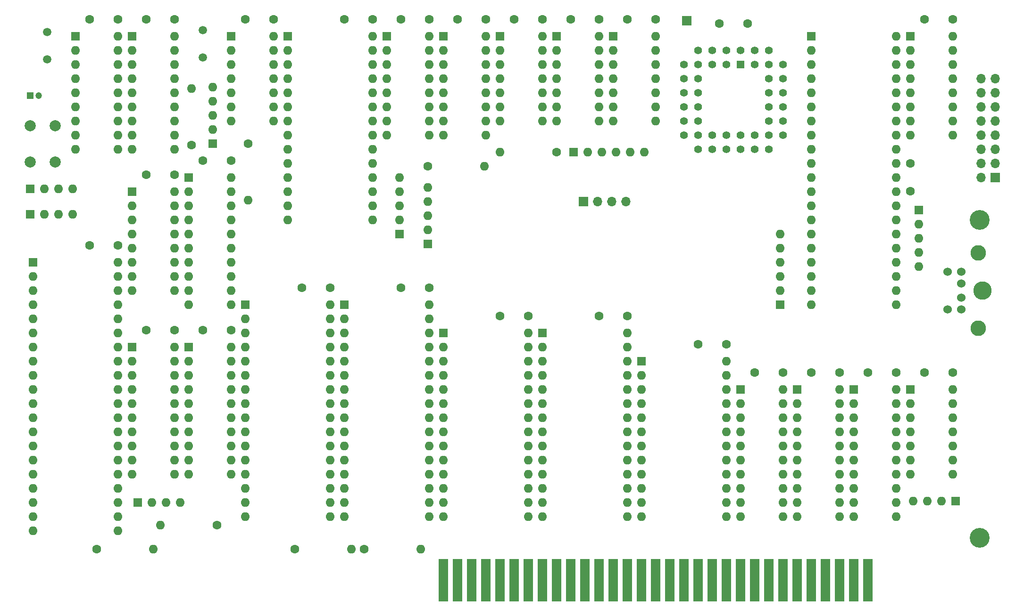
<source format=gbr>
G04 #@! TF.GenerationSoftware,KiCad,Pcbnew,(5.1.8)-1*
G04 #@! TF.CreationDate,2024-05-28T10:21:55-06:00*
G04 #@! TF.ProjectId,8088 PCB,38303838-2050-4434-922e-6b696361645f,rev?*
G04 #@! TF.SameCoordinates,Original*
G04 #@! TF.FileFunction,Soldermask,Top*
G04 #@! TF.FilePolarity,Negative*
%FSLAX46Y46*%
G04 Gerber Fmt 4.6, Leading zero omitted, Abs format (unit mm)*
G04 Created by KiCad (PCBNEW (5.1.8)-1) date 2024-05-28 10:21:55*
%MOMM*%
%LPD*%
G01*
G04 APERTURE LIST*
%ADD10R,1.700000X1.700000*%
%ADD11O,1.600000X1.600000*%
%ADD12C,1.600000*%
%ADD13R,1.600000X1.600000*%
%ADD14O,1.700000X1.700000*%
%ADD15R,1.780000X7.620000*%
%ADD16C,1.500000*%
%ADD17C,1.422400*%
%ADD18R,1.422400X1.422400*%
%ADD19C,2.000000*%
%ADD20C,1.200000*%
%ADD21R,1.200000X1.200000*%
%ADD22C,3.556000*%
%ADD23C,2.794000*%
%ADD24C,3.302000*%
%ADD25C,1.524000*%
G04 APERTURE END LIST*
D10*
G04 #@! TO.C,J5*
X178308000Y-40386000D03*
G04 #@! TD*
D11*
G04 #@! TO.C,R15*
X83820000Y-131064000D03*
D12*
X93980000Y-131064000D03*
G04 #@! TD*
D11*
G04 #@! TO.C,R17*
X195072000Y-78740000D03*
X195072000Y-81280000D03*
X195072000Y-83820000D03*
X195072000Y-86360000D03*
X195072000Y-88900000D03*
D13*
X195072000Y-91440000D03*
G04 #@! TD*
D11*
G04 #@! TO.C,R12*
X170688000Y-64008000D03*
X168148000Y-64008000D03*
X165608000Y-64008000D03*
X163068000Y-64008000D03*
X160528000Y-64008000D03*
D13*
X157988000Y-64008000D03*
G04 #@! TD*
D11*
G04 #@! TO.C,R8*
X131826000Y-70358000D03*
X131826000Y-72898000D03*
X131826000Y-75438000D03*
X131826000Y-77978000D03*
D13*
X131826000Y-80518000D03*
G04 #@! TD*
D11*
G04 #@! TO.C,R10*
X126746000Y-68580000D03*
X126746000Y-71120000D03*
X126746000Y-73660000D03*
X126746000Y-76200000D03*
D13*
X126746000Y-78740000D03*
G04 #@! TD*
D14*
G04 #@! TO.C,J4*
X231140000Y-50800000D03*
X233680000Y-50800000D03*
X231140000Y-53340000D03*
X233680000Y-53340000D03*
X231140000Y-55880000D03*
X233680000Y-55880000D03*
X231140000Y-58420000D03*
X233680000Y-58420000D03*
X231140000Y-60960000D03*
X233680000Y-60960000D03*
X231140000Y-63500000D03*
X233680000Y-63500000D03*
X231140000Y-66040000D03*
X233680000Y-66040000D03*
X231140000Y-68580000D03*
D10*
X233680000Y-68580000D03*
G04 #@! TD*
D11*
G04 #@! TO.C,R16*
X219964000Y-84582000D03*
X219964000Y-82042000D03*
X219964000Y-79502000D03*
X219964000Y-76962000D03*
D13*
X219964000Y-74422000D03*
G04 #@! TD*
D11*
G04 #@! TO.C,R14*
X87376000Y-127000000D03*
X84836000Y-127000000D03*
X82296000Y-127000000D03*
D13*
X79756000Y-127000000D03*
G04 #@! TD*
D11*
G04 #@! TO.C,R2*
X68072000Y-70612000D03*
X65532000Y-70612000D03*
X62992000Y-70612000D03*
D13*
X60452000Y-70612000D03*
G04 #@! TD*
D11*
G04 #@! TO.C,R1*
X68072000Y-75184000D03*
X65532000Y-75184000D03*
X62992000Y-75184000D03*
D13*
X60452000Y-75184000D03*
G04 #@! TD*
D11*
G04 #@! TO.C,R18*
X93218000Y-52324000D03*
X93218000Y-54864000D03*
X93218000Y-57404000D03*
X93218000Y-59944000D03*
D13*
X93218000Y-62484000D03*
G04 #@! TD*
D11*
G04 #@! TO.C,R13*
X144780000Y-64008000D03*
D12*
X154940000Y-64008000D03*
G04 #@! TD*
D11*
G04 #@! TO.C,R11*
X141986000Y-66548000D03*
D12*
X131826000Y-66548000D03*
G04 #@! TD*
D11*
G04 #@! TO.C,R9*
X82550000Y-135382000D03*
D12*
X72390000Y-135382000D03*
G04 #@! TD*
D11*
G04 #@! TO.C,R7*
X218948000Y-126746000D03*
X221488000Y-126746000D03*
X224028000Y-126746000D03*
D13*
X226568000Y-126746000D03*
G04 #@! TD*
D11*
G04 #@! TO.C,R6*
X118110000Y-135382000D03*
D12*
X107950000Y-135382000D03*
G04 #@! TD*
D11*
G04 #@! TO.C,R5*
X99568000Y-72644000D03*
D12*
X99568000Y-62484000D03*
G04 #@! TD*
D11*
G04 #@! TO.C,R4*
X89408000Y-52578000D03*
D12*
X89408000Y-62738000D03*
G04 #@! TD*
D11*
G04 #@! TO.C,R3*
X130556000Y-135382000D03*
D12*
X120396000Y-135382000D03*
G04 #@! TD*
D14*
G04 #@! TO.C,J3*
X167386000Y-72898000D03*
X164846000Y-72898000D03*
X162306000Y-72898000D03*
D10*
X159766000Y-72898000D03*
G04 #@! TD*
D12*
G04 #@! TO.C,C26*
X157560000Y-40132000D03*
X162560000Y-40132000D03*
G04 #@! TD*
G04 #@! TO.C,C25*
X147400000Y-40132000D03*
X152400000Y-40132000D03*
G04 #@! TD*
G04 #@! TO.C,C24*
X200740000Y-103632000D03*
X205740000Y-103632000D03*
G04 #@! TD*
G04 #@! TO.C,C23*
X210900000Y-103632000D03*
X215900000Y-103632000D03*
G04 #@! TD*
G04 #@! TO.C,C22*
X71200000Y-40132000D03*
X76200000Y-40132000D03*
G04 #@! TD*
G04 #@! TO.C,C21*
X167720000Y-40132000D03*
X172720000Y-40132000D03*
G04 #@! TD*
G04 #@! TO.C,C20*
X221060000Y-103632000D03*
X226060000Y-103632000D03*
G04 #@! TD*
G04 #@! TO.C,C19*
X184230000Y-40894000D03*
X189230000Y-40894000D03*
G04 #@! TD*
G04 #@! TO.C,C18*
X99140000Y-40132000D03*
X104140000Y-40132000D03*
G04 #@! TD*
G04 #@! TO.C,C17*
X81360000Y-40132000D03*
X86360000Y-40132000D03*
G04 #@! TD*
G04 #@! TO.C,C16*
X137240000Y-40132000D03*
X142240000Y-40132000D03*
G04 #@! TD*
G04 #@! TO.C,C15*
X144860000Y-93472000D03*
X149860000Y-93472000D03*
G04 #@! TD*
G04 #@! TO.C,C14*
X127080000Y-88392000D03*
X132080000Y-88392000D03*
G04 #@! TD*
G04 #@! TO.C,C13*
X109300000Y-88392000D03*
X114300000Y-88392000D03*
G04 #@! TD*
G04 #@! TO.C,C12*
X127080000Y-40132000D03*
X132080000Y-40132000D03*
G04 #@! TD*
G04 #@! TO.C,C11*
X190580000Y-103632000D03*
X195580000Y-103632000D03*
G04 #@! TD*
G04 #@! TO.C,C10*
X218440000Y-71040000D03*
X218440000Y-66040000D03*
G04 #@! TD*
G04 #@! TO.C,C9*
X116920000Y-40132000D03*
X121920000Y-40132000D03*
G04 #@! TD*
G04 #@! TO.C,C8*
X81360000Y-68072000D03*
X86360000Y-68072000D03*
G04 #@! TD*
G04 #@! TO.C,C7*
X221060000Y-40132000D03*
X226060000Y-40132000D03*
G04 #@! TD*
G04 #@! TO.C,C6*
X162640000Y-93472000D03*
X167640000Y-93472000D03*
G04 #@! TD*
G04 #@! TO.C,C5*
X180420000Y-98552000D03*
X185420000Y-98552000D03*
G04 #@! TD*
G04 #@! TO.C,C4*
X81360000Y-96012000D03*
X86360000Y-96012000D03*
G04 #@! TD*
G04 #@! TO.C,C3*
X91520000Y-65532000D03*
X96520000Y-65532000D03*
G04 #@! TD*
G04 #@! TO.C,C2*
X91520000Y-96012000D03*
X96520000Y-96012000D03*
G04 #@! TD*
G04 #@! TO.C,C1*
X71200000Y-80772000D03*
X76200000Y-80772000D03*
G04 #@! TD*
D15*
G04 #@! TO.C,J1*
X134620000Y-140970000D03*
X137160000Y-140970000D03*
X139700000Y-140970000D03*
X142240000Y-140970000D03*
X144780000Y-140970000D03*
X147320000Y-140970000D03*
X149860000Y-140970000D03*
X152400000Y-140970000D03*
X154940000Y-140970000D03*
X157480000Y-140970000D03*
X160020000Y-140970000D03*
X162560000Y-140970000D03*
X165100000Y-140970000D03*
X167640000Y-140970000D03*
X170180000Y-140970000D03*
X172720000Y-140970000D03*
X175260000Y-140970000D03*
X177800000Y-140970000D03*
X180340000Y-140970000D03*
X182880000Y-140970000D03*
X185420000Y-140970000D03*
X187960000Y-140970000D03*
X190500000Y-140970000D03*
X193040000Y-140970000D03*
X195580000Y-140970000D03*
X198120000Y-140970000D03*
X200660000Y-140970000D03*
X203200000Y-140970000D03*
X205740000Y-140970000D03*
X208280000Y-140970000D03*
X210820000Y-140970000D03*
G04 #@! TD*
D16*
G04 #@! TO.C,Y2*
X63500000Y-42418000D03*
X63500000Y-47318000D03*
G04 #@! TD*
G04 #@! TO.C,Y1*
X91440000Y-42090000D03*
X91440000Y-46990000D03*
G04 #@! TD*
D11*
G04 #@! TO.C,U26*
X162560000Y-43180000D03*
X154940000Y-58420000D03*
X162560000Y-45720000D03*
X154940000Y-55880000D03*
X162560000Y-48260000D03*
X154940000Y-53340000D03*
X162560000Y-50800000D03*
X154940000Y-50800000D03*
X162560000Y-53340000D03*
X154940000Y-48260000D03*
X162560000Y-55880000D03*
X154940000Y-45720000D03*
X162560000Y-58420000D03*
D13*
X154940000Y-43180000D03*
G04 #@! TD*
D11*
G04 #@! TO.C,U25*
X152400000Y-43180000D03*
X144780000Y-58420000D03*
X152400000Y-45720000D03*
X144780000Y-55880000D03*
X152400000Y-48260000D03*
X144780000Y-53340000D03*
X152400000Y-50800000D03*
X144780000Y-50800000D03*
X152400000Y-53340000D03*
X144780000Y-48260000D03*
X152400000Y-55880000D03*
X144780000Y-45720000D03*
X152400000Y-58420000D03*
D13*
X144780000Y-43180000D03*
G04 #@! TD*
D11*
G04 #@! TO.C,U24*
X205740000Y-106680000D03*
X198120000Y-129540000D03*
X205740000Y-109220000D03*
X198120000Y-127000000D03*
X205740000Y-111760000D03*
X198120000Y-124460000D03*
X205740000Y-114300000D03*
X198120000Y-121920000D03*
X205740000Y-116840000D03*
X198120000Y-119380000D03*
X205740000Y-119380000D03*
X198120000Y-116840000D03*
X205740000Y-121920000D03*
X198120000Y-114300000D03*
X205740000Y-124460000D03*
X198120000Y-111760000D03*
X205740000Y-127000000D03*
X198120000Y-109220000D03*
X205740000Y-129540000D03*
D13*
X198120000Y-106680000D03*
G04 #@! TD*
D11*
G04 #@! TO.C,U23*
X215900000Y-106680000D03*
X208280000Y-129540000D03*
X215900000Y-109220000D03*
X208280000Y-127000000D03*
X215900000Y-111760000D03*
X208280000Y-124460000D03*
X215900000Y-114300000D03*
X208280000Y-121920000D03*
X215900000Y-116840000D03*
X208280000Y-119380000D03*
X215900000Y-119380000D03*
X208280000Y-116840000D03*
X215900000Y-121920000D03*
X208280000Y-114300000D03*
X215900000Y-124460000D03*
X208280000Y-111760000D03*
X215900000Y-127000000D03*
X208280000Y-109220000D03*
X215900000Y-129540000D03*
D13*
X208280000Y-106680000D03*
G04 #@! TD*
D11*
G04 #@! TO.C,U22*
X76200000Y-43180000D03*
X68580000Y-63500000D03*
X76200000Y-45720000D03*
X68580000Y-60960000D03*
X76200000Y-48260000D03*
X68580000Y-58420000D03*
X76200000Y-50800000D03*
X68580000Y-55880000D03*
X76200000Y-53340000D03*
X68580000Y-53340000D03*
X76200000Y-55880000D03*
X68580000Y-50800000D03*
X76200000Y-58420000D03*
X68580000Y-48260000D03*
X76200000Y-60960000D03*
X68580000Y-45720000D03*
X76200000Y-63500000D03*
D13*
X68580000Y-43180000D03*
G04 #@! TD*
D11*
G04 #@! TO.C,U21*
X172720000Y-43180000D03*
X165100000Y-58420000D03*
X172720000Y-45720000D03*
X165100000Y-55880000D03*
X172720000Y-48260000D03*
X165100000Y-53340000D03*
X172720000Y-50800000D03*
X165100000Y-50800000D03*
X172720000Y-53340000D03*
X165100000Y-48260000D03*
X172720000Y-55880000D03*
X165100000Y-45720000D03*
X172720000Y-58420000D03*
D13*
X165100000Y-43180000D03*
G04 #@! TD*
D11*
G04 #@! TO.C,U20*
X226060000Y-106680000D03*
X218440000Y-121920000D03*
X226060000Y-109220000D03*
X218440000Y-119380000D03*
X226060000Y-111760000D03*
X218440000Y-116840000D03*
X226060000Y-114300000D03*
X218440000Y-114300000D03*
X226060000Y-116840000D03*
X218440000Y-111760000D03*
X226060000Y-119380000D03*
X218440000Y-109220000D03*
X226060000Y-121920000D03*
D13*
X218440000Y-106680000D03*
G04 #@! TD*
D17*
G04 #@! TO.C,U19*
X195580000Y-48260000D03*
X195580000Y-50800000D03*
X195580000Y-53340000D03*
X195580000Y-55880000D03*
X195580000Y-58420000D03*
X193040000Y-45720000D03*
X193040000Y-50800000D03*
X193040000Y-53340000D03*
X193040000Y-55880000D03*
X193040000Y-58420000D03*
X193040000Y-60960000D03*
X193040000Y-63500000D03*
X190500000Y-63500000D03*
X187960000Y-63500000D03*
X185420000Y-63500000D03*
X182880000Y-63500000D03*
X180340000Y-63500000D03*
X195580000Y-60960000D03*
X190500000Y-60960000D03*
X187960000Y-60960000D03*
X185420000Y-60960000D03*
X182880000Y-60960000D03*
X180340000Y-60960000D03*
X177800000Y-60960000D03*
X177800000Y-58420000D03*
X177800000Y-55880000D03*
X177800000Y-53340000D03*
X177800000Y-50800000D03*
X177800000Y-48260000D03*
X180340000Y-58420000D03*
X180340000Y-55880000D03*
X180340000Y-53340000D03*
X180340000Y-50800000D03*
X180340000Y-48260000D03*
X190500000Y-45720000D03*
X187960000Y-45720000D03*
X180340000Y-45720000D03*
X182880000Y-45720000D03*
X185420000Y-45720000D03*
X193040000Y-48260000D03*
X190500000Y-48260000D03*
X182880000Y-48260000D03*
X185420000Y-48260000D03*
D18*
X187960000Y-48260000D03*
G04 #@! TD*
D11*
G04 #@! TO.C,U18*
X104140000Y-43180000D03*
X96520000Y-58420000D03*
X104140000Y-45720000D03*
X96520000Y-55880000D03*
X104140000Y-48260000D03*
X96520000Y-53340000D03*
X104140000Y-50800000D03*
X96520000Y-50800000D03*
X104140000Y-53340000D03*
X96520000Y-48260000D03*
X104140000Y-55880000D03*
X96520000Y-45720000D03*
X104140000Y-58420000D03*
D13*
X96520000Y-43180000D03*
G04 #@! TD*
D11*
G04 #@! TO.C,U17*
X86360000Y-43180000D03*
X78740000Y-63500000D03*
X86360000Y-45720000D03*
X78740000Y-60960000D03*
X86360000Y-48260000D03*
X78740000Y-58420000D03*
X86360000Y-50800000D03*
X78740000Y-55880000D03*
X86360000Y-53340000D03*
X78740000Y-53340000D03*
X86360000Y-55880000D03*
X78740000Y-50800000D03*
X86360000Y-58420000D03*
X78740000Y-48260000D03*
X86360000Y-60960000D03*
X78740000Y-45720000D03*
X86360000Y-63500000D03*
D13*
X78740000Y-43180000D03*
G04 #@! TD*
D11*
G04 #@! TO.C,U16*
X142240000Y-43180000D03*
X134620000Y-60960000D03*
X142240000Y-45720000D03*
X134620000Y-58420000D03*
X142240000Y-48260000D03*
X134620000Y-55880000D03*
X142240000Y-50800000D03*
X134620000Y-53340000D03*
X142240000Y-53340000D03*
X134620000Y-50800000D03*
X142240000Y-55880000D03*
X134620000Y-48260000D03*
X142240000Y-58420000D03*
X134620000Y-45720000D03*
X142240000Y-60960000D03*
D13*
X134620000Y-43180000D03*
G04 #@! TD*
D11*
G04 #@! TO.C,U15*
X149860000Y-96520000D03*
X134620000Y-129540000D03*
X149860000Y-99060000D03*
X134620000Y-127000000D03*
X149860000Y-101600000D03*
X134620000Y-124460000D03*
X149860000Y-104140000D03*
X134620000Y-121920000D03*
X149860000Y-106680000D03*
X134620000Y-119380000D03*
X149860000Y-109220000D03*
X134620000Y-116840000D03*
X149860000Y-111760000D03*
X134620000Y-114300000D03*
X149860000Y-114300000D03*
X134620000Y-111760000D03*
X149860000Y-116840000D03*
X134620000Y-109220000D03*
X149860000Y-119380000D03*
X134620000Y-106680000D03*
X149860000Y-121920000D03*
X134620000Y-104140000D03*
X149860000Y-124460000D03*
X134620000Y-101600000D03*
X149860000Y-127000000D03*
X134620000Y-99060000D03*
X149860000Y-129540000D03*
D13*
X134620000Y-96520000D03*
G04 #@! TD*
D11*
G04 #@! TO.C,U14*
X132080000Y-91440000D03*
X116840000Y-129540000D03*
X132080000Y-93980000D03*
X116840000Y-127000000D03*
X132080000Y-96520000D03*
X116840000Y-124460000D03*
X132080000Y-99060000D03*
X116840000Y-121920000D03*
X132080000Y-101600000D03*
X116840000Y-119380000D03*
X132080000Y-104140000D03*
X116840000Y-116840000D03*
X132080000Y-106680000D03*
X116840000Y-114300000D03*
X132080000Y-109220000D03*
X116840000Y-111760000D03*
X132080000Y-111760000D03*
X116840000Y-109220000D03*
X132080000Y-114300000D03*
X116840000Y-106680000D03*
X132080000Y-116840000D03*
X116840000Y-104140000D03*
X132080000Y-119380000D03*
X116840000Y-101600000D03*
X132080000Y-121920000D03*
X116840000Y-99060000D03*
X132080000Y-124460000D03*
X116840000Y-96520000D03*
X132080000Y-127000000D03*
X116840000Y-93980000D03*
X132080000Y-129540000D03*
D13*
X116840000Y-91440000D03*
G04 #@! TD*
D11*
G04 #@! TO.C,U13*
X114300000Y-91440000D03*
X99060000Y-129540000D03*
X114300000Y-93980000D03*
X99060000Y-127000000D03*
X114300000Y-96520000D03*
X99060000Y-124460000D03*
X114300000Y-99060000D03*
X99060000Y-121920000D03*
X114300000Y-101600000D03*
X99060000Y-119380000D03*
X114300000Y-104140000D03*
X99060000Y-116840000D03*
X114300000Y-106680000D03*
X99060000Y-114300000D03*
X114300000Y-109220000D03*
X99060000Y-111760000D03*
X114300000Y-111760000D03*
X99060000Y-109220000D03*
X114300000Y-114300000D03*
X99060000Y-106680000D03*
X114300000Y-116840000D03*
X99060000Y-104140000D03*
X114300000Y-119380000D03*
X99060000Y-101600000D03*
X114300000Y-121920000D03*
X99060000Y-99060000D03*
X114300000Y-124460000D03*
X99060000Y-96520000D03*
X114300000Y-127000000D03*
X99060000Y-93980000D03*
X114300000Y-129540000D03*
D13*
X99060000Y-91440000D03*
G04 #@! TD*
D11*
G04 #@! TO.C,U12*
X132080000Y-43180000D03*
X124460000Y-60960000D03*
X132080000Y-45720000D03*
X124460000Y-58420000D03*
X132080000Y-48260000D03*
X124460000Y-55880000D03*
X132080000Y-50800000D03*
X124460000Y-53340000D03*
X132080000Y-53340000D03*
X124460000Y-50800000D03*
X132080000Y-55880000D03*
X124460000Y-48260000D03*
X132080000Y-58420000D03*
X124460000Y-45720000D03*
X132080000Y-60960000D03*
D13*
X124460000Y-43180000D03*
G04 #@! TD*
D11*
G04 #@! TO.C,U11*
X195580000Y-106680000D03*
X187960000Y-129540000D03*
X195580000Y-109220000D03*
X187960000Y-127000000D03*
X195580000Y-111760000D03*
X187960000Y-124460000D03*
X195580000Y-114300000D03*
X187960000Y-121920000D03*
X195580000Y-116840000D03*
X187960000Y-119380000D03*
X195580000Y-119380000D03*
X187960000Y-116840000D03*
X195580000Y-121920000D03*
X187960000Y-114300000D03*
X195580000Y-124460000D03*
X187960000Y-111760000D03*
X195580000Y-127000000D03*
X187960000Y-109220000D03*
X195580000Y-129540000D03*
D13*
X187960000Y-106680000D03*
G04 #@! TD*
D11*
G04 #@! TO.C,U10*
X215900000Y-43180000D03*
X200660000Y-91440000D03*
X215900000Y-45720000D03*
X200660000Y-88900000D03*
X215900000Y-48260000D03*
X200660000Y-86360000D03*
X215900000Y-50800000D03*
X200660000Y-83820000D03*
X215900000Y-53340000D03*
X200660000Y-81280000D03*
X215900000Y-55880000D03*
X200660000Y-78740000D03*
X215900000Y-58420000D03*
X200660000Y-76200000D03*
X215900000Y-60960000D03*
X200660000Y-73660000D03*
X215900000Y-63500000D03*
X200660000Y-71120000D03*
X215900000Y-66040000D03*
X200660000Y-68580000D03*
X215900000Y-68580000D03*
X200660000Y-66040000D03*
X215900000Y-71120000D03*
X200660000Y-63500000D03*
X215900000Y-73660000D03*
X200660000Y-60960000D03*
X215900000Y-76200000D03*
X200660000Y-58420000D03*
X215900000Y-78740000D03*
X200660000Y-55880000D03*
X215900000Y-81280000D03*
X200660000Y-53340000D03*
X215900000Y-83820000D03*
X200660000Y-50800000D03*
X215900000Y-86360000D03*
X200660000Y-48260000D03*
X215900000Y-88900000D03*
X200660000Y-45720000D03*
X215900000Y-91440000D03*
D13*
X200660000Y-43180000D03*
G04 #@! TD*
D11*
G04 #@! TO.C,U9*
X121920000Y-43180000D03*
X106680000Y-76200000D03*
X121920000Y-45720000D03*
X106680000Y-73660000D03*
X121920000Y-48260000D03*
X106680000Y-71120000D03*
X121920000Y-50800000D03*
X106680000Y-68580000D03*
X121920000Y-53340000D03*
X106680000Y-66040000D03*
X121920000Y-55880000D03*
X106680000Y-63500000D03*
X121920000Y-58420000D03*
X106680000Y-60960000D03*
X121920000Y-60960000D03*
X106680000Y-58420000D03*
X121920000Y-63500000D03*
X106680000Y-55880000D03*
X121920000Y-66040000D03*
X106680000Y-53340000D03*
X121920000Y-68580000D03*
X106680000Y-50800000D03*
X121920000Y-71120000D03*
X106680000Y-48260000D03*
X121920000Y-73660000D03*
X106680000Y-45720000D03*
X121920000Y-76200000D03*
D13*
X106680000Y-43180000D03*
G04 #@! TD*
D11*
G04 #@! TO.C,U8*
X86360000Y-71120000D03*
X78740000Y-88900000D03*
X86360000Y-73660000D03*
X78740000Y-86360000D03*
X86360000Y-76200000D03*
X78740000Y-83820000D03*
X86360000Y-78740000D03*
X78740000Y-81280000D03*
X86360000Y-81280000D03*
X78740000Y-78740000D03*
X86360000Y-83820000D03*
X78740000Y-76200000D03*
X86360000Y-86360000D03*
X78740000Y-73660000D03*
X86360000Y-88900000D03*
D13*
X78740000Y-71120000D03*
G04 #@! TD*
D11*
G04 #@! TO.C,U7*
X226060000Y-43180000D03*
X218440000Y-60960000D03*
X226060000Y-45720000D03*
X218440000Y-58420000D03*
X226060000Y-48260000D03*
X218440000Y-55880000D03*
X226060000Y-50800000D03*
X218440000Y-53340000D03*
X226060000Y-53340000D03*
X218440000Y-50800000D03*
X226060000Y-55880000D03*
X218440000Y-48260000D03*
X226060000Y-58420000D03*
X218440000Y-45720000D03*
X226060000Y-60960000D03*
D13*
X218440000Y-43180000D03*
G04 #@! TD*
D11*
G04 #@! TO.C,U6*
X167640000Y-96520000D03*
X152400000Y-129540000D03*
X167640000Y-99060000D03*
X152400000Y-127000000D03*
X167640000Y-101600000D03*
X152400000Y-124460000D03*
X167640000Y-104140000D03*
X152400000Y-121920000D03*
X167640000Y-106680000D03*
X152400000Y-119380000D03*
X167640000Y-109220000D03*
X152400000Y-116840000D03*
X167640000Y-111760000D03*
X152400000Y-114300000D03*
X167640000Y-114300000D03*
X152400000Y-111760000D03*
X167640000Y-116840000D03*
X152400000Y-109220000D03*
X167640000Y-119380000D03*
X152400000Y-106680000D03*
X167640000Y-121920000D03*
X152400000Y-104140000D03*
X167640000Y-124460000D03*
X152400000Y-101600000D03*
X167640000Y-127000000D03*
X152400000Y-99060000D03*
X167640000Y-129540000D03*
D13*
X152400000Y-96520000D03*
G04 #@! TD*
D11*
G04 #@! TO.C,U5*
X185420000Y-101600000D03*
X170180000Y-129540000D03*
X185420000Y-104140000D03*
X170180000Y-127000000D03*
X185420000Y-106680000D03*
X170180000Y-124460000D03*
X185420000Y-109220000D03*
X170180000Y-121920000D03*
X185420000Y-111760000D03*
X170180000Y-119380000D03*
X185420000Y-114300000D03*
X170180000Y-116840000D03*
X185420000Y-116840000D03*
X170180000Y-114300000D03*
X185420000Y-119380000D03*
X170180000Y-111760000D03*
X185420000Y-121920000D03*
X170180000Y-109220000D03*
X185420000Y-124460000D03*
X170180000Y-106680000D03*
X185420000Y-127000000D03*
X170180000Y-104140000D03*
X185420000Y-129540000D03*
D13*
X170180000Y-101600000D03*
G04 #@! TD*
D11*
G04 #@! TO.C,U4*
X86360000Y-99060000D03*
X78740000Y-121920000D03*
X86360000Y-101600000D03*
X78740000Y-119380000D03*
X86360000Y-104140000D03*
X78740000Y-116840000D03*
X86360000Y-106680000D03*
X78740000Y-114300000D03*
X86360000Y-109220000D03*
X78740000Y-111760000D03*
X86360000Y-111760000D03*
X78740000Y-109220000D03*
X86360000Y-114300000D03*
X78740000Y-106680000D03*
X86360000Y-116840000D03*
X78740000Y-104140000D03*
X86360000Y-119380000D03*
X78740000Y-101600000D03*
X86360000Y-121920000D03*
D13*
X78740000Y-99060000D03*
G04 #@! TD*
D11*
G04 #@! TO.C,U3*
X96520000Y-68580000D03*
X88900000Y-91440000D03*
X96520000Y-71120000D03*
X88900000Y-88900000D03*
X96520000Y-73660000D03*
X88900000Y-86360000D03*
X96520000Y-76200000D03*
X88900000Y-83820000D03*
X96520000Y-78740000D03*
X88900000Y-81280000D03*
X96520000Y-81280000D03*
X88900000Y-78740000D03*
X96520000Y-83820000D03*
X88900000Y-76200000D03*
X96520000Y-86360000D03*
X88900000Y-73660000D03*
X96520000Y-88900000D03*
X88900000Y-71120000D03*
X96520000Y-91440000D03*
D13*
X88900000Y-68580000D03*
G04 #@! TD*
D11*
G04 #@! TO.C,U2*
X96520000Y-99060000D03*
X88900000Y-121920000D03*
X96520000Y-101600000D03*
X88900000Y-119380000D03*
X96520000Y-104140000D03*
X88900000Y-116840000D03*
X96520000Y-106680000D03*
X88900000Y-114300000D03*
X96520000Y-109220000D03*
X88900000Y-111760000D03*
X96520000Y-111760000D03*
X88900000Y-109220000D03*
X96520000Y-114300000D03*
X88900000Y-106680000D03*
X96520000Y-116840000D03*
X88900000Y-104140000D03*
X96520000Y-119380000D03*
X88900000Y-101600000D03*
X96520000Y-121920000D03*
D13*
X88900000Y-99060000D03*
G04 #@! TD*
D11*
G04 #@! TO.C,U1*
X76200000Y-83820000D03*
X60960000Y-132080000D03*
X76200000Y-86360000D03*
X60960000Y-129540000D03*
X76200000Y-88900000D03*
X60960000Y-127000000D03*
X76200000Y-91440000D03*
X60960000Y-124460000D03*
X76200000Y-93980000D03*
X60960000Y-121920000D03*
X76200000Y-96520000D03*
X60960000Y-119380000D03*
X76200000Y-99060000D03*
X60960000Y-116840000D03*
X76200000Y-101600000D03*
X60960000Y-114300000D03*
X76200000Y-104140000D03*
X60960000Y-111760000D03*
X76200000Y-106680000D03*
X60960000Y-109220000D03*
X76200000Y-109220000D03*
X60960000Y-106680000D03*
X76200000Y-111760000D03*
X60960000Y-104140000D03*
X76200000Y-114300000D03*
X60960000Y-101600000D03*
X76200000Y-116840000D03*
X60960000Y-99060000D03*
X76200000Y-119380000D03*
X60960000Y-96520000D03*
X76200000Y-121920000D03*
X60960000Y-93980000D03*
X76200000Y-124460000D03*
X60960000Y-91440000D03*
X76200000Y-127000000D03*
X60960000Y-88900000D03*
X76200000Y-129540000D03*
X60960000Y-86360000D03*
X76200000Y-132080000D03*
D13*
X60960000Y-83820000D03*
G04 #@! TD*
D19*
G04 #@! TO.C,SW1*
X64952000Y-65786000D03*
X60452000Y-65786000D03*
X64952000Y-59286000D03*
X60452000Y-59286000D03*
G04 #@! TD*
D20*
G04 #@! TO.C,C123*
X61976000Y-53848000D03*
D21*
X60476000Y-53848000D03*
G04 #@! TD*
D22*
G04 #@! TO.C,R*
X230886000Y-76200000D03*
G04 #@! TD*
D23*
G04 #@! TO.C,J2*
X230632000Y-82143600D03*
X230632000Y-95656400D03*
D24*
X231444800Y-88900000D03*
D25*
X225145600Y-92303600D03*
X225145600Y-85496400D03*
X227634800Y-90195400D03*
X227634800Y-87604600D03*
X227634800Y-92303600D03*
X227634800Y-85496400D03*
G04 #@! TD*
D22*
G04 #@! TO.C,R*
X230886000Y-133350000D03*
G04 #@! TD*
M02*

</source>
